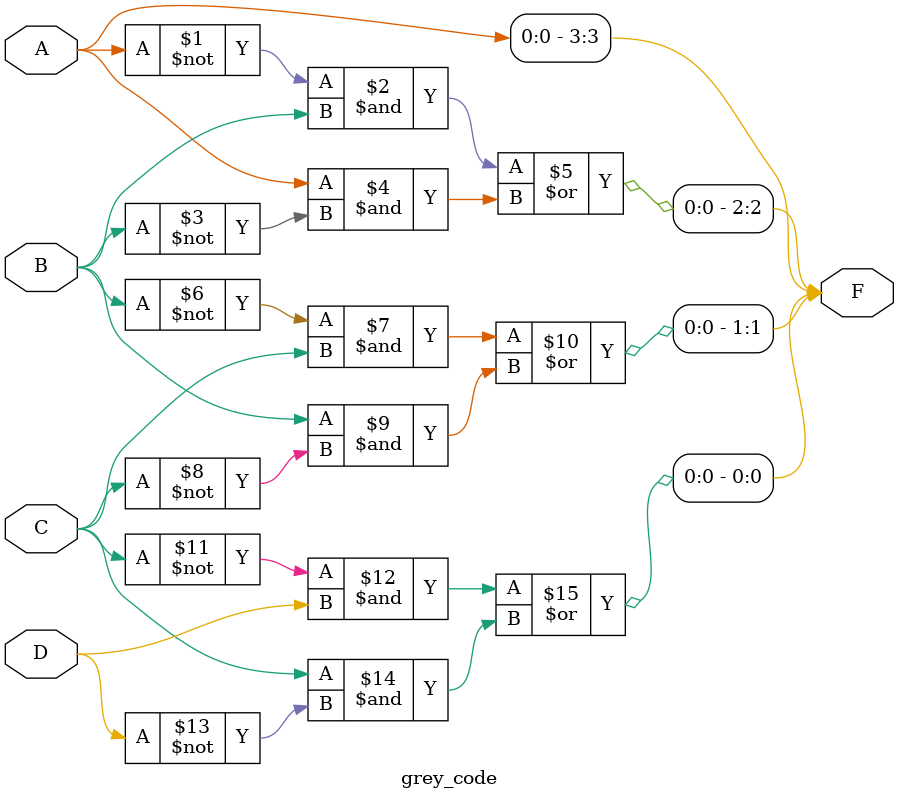
<source format=v>
module grey_code(A,B,C,D,F);

    input A, B,C, D;
    output [3:0]F;

    assign F[3] = A;  
    assign F[2] = ~A&B | A&~B;  
    assign F[1] = ~B&C | B&~C;  
    assign F[0] = ~C&D | C&~D;      

endmodule

</source>
